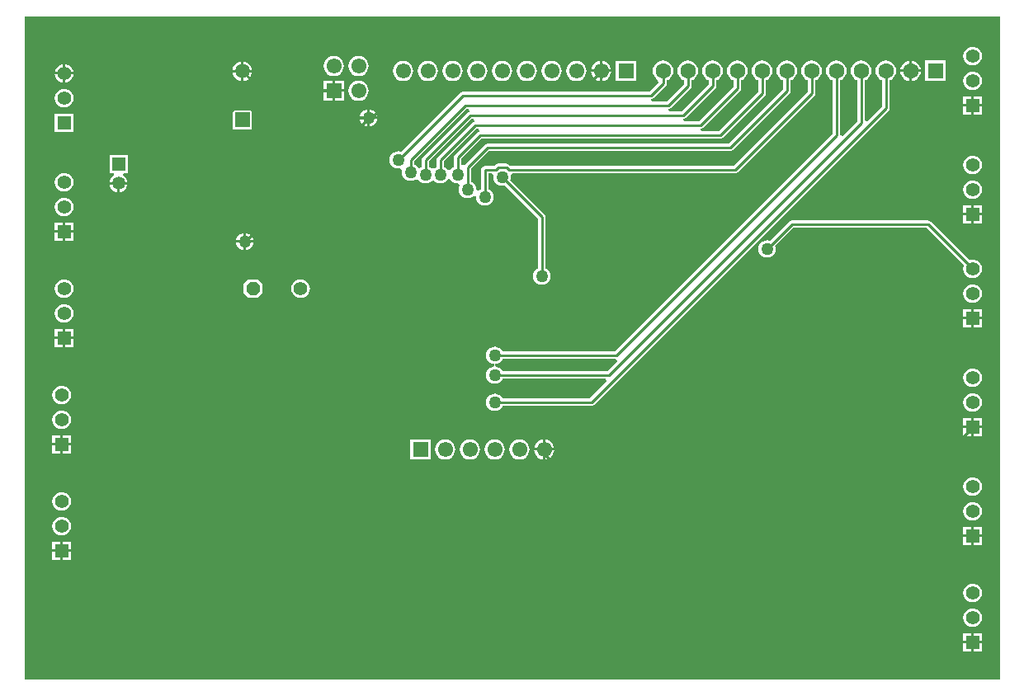
<source format=gbl>
%FSTAX23Y23*%
%MOMM*%
%SFA1B1*%

%IPPOS*%
%AMD22*
4,1,8,-0.292100,0.701040,-0.701040,0.292100,-0.701040,-0.292100,-0.292100,-0.701040,0.292100,-0.701040,0.701040,-0.292100,0.701040,0.292100,0.292100,0.701040,-0.292100,0.701040,0.0*
%
%ADD19C,0.253999*%
%ADD20R,1.399997X1.399997*%
%ADD21C,1.399997*%
G04~CAMADD=22~4~0.0~0.0~551.2~551.2~0.0~161.4~0~0.0~0.0~0.0~0.0~0~0.0~0.0~0.0~0.0~0~0.0~0.0~0.0~45.0~551.2~551.2*
%ADD22D22*%
%ADD23C,1.499997*%
%ADD24R,1.499997X1.499997*%
%ADD25C,1.349997*%
%ADD26R,1.349997X1.349997*%
%ADD27R,1.549997X1.549997*%
%ADD28C,1.549997*%
%ADD29C,1.599997*%
%ADD30R,1.599997X1.599997*%
%ADD31C,1.269997*%
%LNpcb1-1*%
%LPD*%
G36*
X100076Y0D02*
X0D01*
Y68072*
X100076*
Y0*
G37*
%LNpcb1-2*%
%LPC*%
G36*
X03937Y36005D02*
X03109D01*
Y35179*
X03937*
Y36005*
G37*
G36*
X05017Y34925D02*
X04191D01*
Y34097*
X05017*
Y34925*
G37*
G36*
X03937D02*
X03109D01*
Y34097*
X03937*
Y34925*
G37*
G36*
X05017Y36005D02*
X04191D01*
Y35179*
X05017*
Y36005*
G37*
G36*
X04064Y38554D02*
X03814Y38521D01*
X03582Y38425*
X03383Y38272*
X0323Y38073*
X03134Y3784*
X03101Y37592*
X03134Y37342*
X0323Y3711*
X03383Y36911*
X03582Y36758*
X03814Y36662*
X04064Y36629*
X04312Y36662*
X04545Y36758*
X04744Y36911*
X04897Y3711*
X04993Y37342*
X05026Y37592*
X04993Y3784*
X04897Y38073*
X04744Y38272*
X04545Y38425*
X04312Y38521*
X04064Y38554*
G37*
G36*
X98235Y36957D02*
X97409D01*
Y36129*
X98235*
Y36957*
G37*
G36*
X97155D02*
X96327D01*
Y36129*
X97155*
Y36957*
G37*
G36*
X97282Y3195D02*
X97032Y31917D01*
X968Y31821*
X96601Y31668*
X96448Y31469*
X96352Y31236*
X96319Y30988*
X96352Y30738*
X96448Y30506*
X96601Y30307*
X968Y30154*
X97032Y30058*
X97282Y30025*
X9753Y30058*
X97763Y30154*
X97962Y30307*
X98115Y30506*
X98211Y30738*
X98244Y30988*
X98211Y31236*
X98115Y31469*
X97962Y31668*
X97763Y31821*
X9753Y31917*
X97282Y3195*
G37*
G36*
X0381Y27632D02*
X0356Y27599D01*
X03328Y27503*
X03129Y2735*
X02976Y27151*
X0288Y26918*
X02847Y2667*
X0288Y2642*
X02976Y26188*
X03129Y25989*
X03328Y25836*
X0356Y2574*
X0381Y25707*
X04058Y2574*
X04291Y25836*
X0449Y25989*
X04643Y26188*
X04739Y2642*
X04772Y2667*
X04739Y26918*
X04643Y27151*
X0449Y2735*
X04291Y27503*
X04058Y27599*
X0381Y27632*
G37*
G36*
X98235Y25781D02*
X97409D01*
Y24953*
X98235*
Y25781*
G37*
G36*
X97155D02*
X96327D01*
Y24953*
X97155*
Y25781*
G37*
G36*
Y26861D02*
X96327D01*
Y26035*
X97155*
Y26861*
G37*
G36*
X0381Y30172D02*
X0356Y30139D01*
X03328Y30043*
X03129Y2989*
X02976Y29691*
X0288Y29458*
X02847Y2921*
X0288Y2896*
X02976Y28728*
X03129Y28529*
X03328Y28376*
X0356Y2828*
X0381Y28247*
X04058Y2828*
X04291Y28376*
X0449Y28529*
X04643Y28728*
X04739Y2896*
X04772Y2921*
X04739Y29458*
X04643Y29691*
X0449Y2989*
X04291Y30043*
X04058Y30139*
X0381Y30172*
G37*
G36*
X97282Y2941D02*
X97032Y29377D01*
X968Y29281*
X96601Y29128*
X96448Y28929*
X96352Y28696*
X96319Y28448*
X96352Y28198*
X96448Y27966*
X96601Y27767*
X968Y27614*
X97032Y27518*
X97282Y27485*
X9753Y27518*
X97763Y27614*
X97962Y27767*
X98115Y27966*
X98211Y28198*
X98244Y28448*
X98211Y28696*
X98115Y28929*
X97962Y29128*
X97763Y29281*
X9753Y29377*
X97282Y2941*
G37*
G36*
X98235Y26861D02*
X97409D01*
Y26035*
X98235*
Y26861*
G37*
G36*
X05017Y45847D02*
X04191D01*
Y45019*
X05017*
Y45847*
G37*
G36*
X03937D02*
X03109D01*
Y45019*
X03937*
Y45847*
G37*
G36*
X23485Y44831D02*
X22733D01*
Y44077*
X22838Y44091*
X23054Y44181*
X23239Y44323*
X23382Y44509*
X23472Y44725*
X23485Y44831*
G37*
G36*
X22479Y45837D02*
X22373Y45824D01*
X22157Y45734*
X21971Y45591*
X21829Y45406*
X21739Y4519*
X21725Y45085*
X22479*
Y45837*
G37*
G36*
X05017Y46927D02*
X04191D01*
Y46101*
X05017*
Y46927*
G37*
G36*
X03937D02*
X03109D01*
Y46101*
X03937*
Y46927*
G37*
G36*
X22733Y45837D02*
Y45085D01*
X23485*
X23472Y4519*
X23382Y45406*
X23239Y45591*
X23054Y45734*
X22838Y45824*
X22733Y45837*
G37*
G36*
X22479Y44831D02*
X21725D01*
X21739Y44725*
X21829Y44509*
X21971Y44323*
X22157Y44181*
X22373Y44091*
X22479Y44077*
Y44831*
G37*
G36*
X97282Y40586D02*
X97032Y40553D01*
X968Y40457*
X96601Y40304*
X96448Y40105*
X96352Y39872*
X96319Y39624*
X96352Y39374*
X96448Y39142*
X96601Y38943*
X968Y3879*
X97032Y38694*
X97282Y38661*
X9753Y38694*
X97763Y3879*
X97962Y38943*
X98115Y39142*
X98211Y39374*
X98244Y39624*
X98211Y39872*
X98115Y40105*
X97962Y40304*
X97763Y40457*
X9753Y40553*
X97282Y40586*
G37*
G36*
X98235Y38037D02*
X97409D01*
Y37211*
X98235*
Y38037*
G37*
G36*
X97155D02*
X96327D01*
Y37211*
X97155*
Y38037*
G37*
G36*
X04064Y41094D02*
X03814Y41061D01*
X03582Y40965*
X03383Y40812*
X0323Y40613*
X03134Y4038*
X03101Y40132*
X03134Y39882*
X0323Y3965*
X03383Y39451*
X03582Y39298*
X03814Y39202*
X04064Y39169*
X04312Y39202*
X04545Y39298*
X04744Y39451*
X04897Y3965*
X04993Y39882*
X05026Y40132*
X04993Y4038*
X04897Y40613*
X04744Y40812*
X04545Y40965*
X04312Y41061*
X04064Y41094*
G37*
G36*
X9271Y47124D02*
X7874D01*
X78591Y47094*
X78465Y4701*
X76491Y45037*
X76432Y45062*
X762Y45092*
X75967Y45062*
X75751Y44972*
X75565Y44829*
X75423Y44644*
X75333Y44428*
X75303Y44196*
X75333Y43963*
X75423Y43747*
X75565Y43561*
X75751Y43419*
X75967Y43329*
X762Y43299*
X76432Y43329*
X76648Y43419*
X76833Y43561*
X76976Y43747*
X77066Y43963*
X77096Y44196*
X77066Y44428*
X77041Y44487*
X789Y46347*
X92549*
X9639Y42505*
X96352Y42412*
X96319Y42164*
X96352Y41914*
X96448Y41682*
X96601Y41483*
X968Y4133*
X97032Y41234*
X97282Y41201*
X9753Y41234*
X97763Y4133*
X97962Y41483*
X98115Y41682*
X98211Y41914*
X98244Y42164*
X98211Y42412*
X98115Y42645*
X97962Y42844*
X97763Y42997*
X9753Y43093*
X97282Y43126*
X97032Y43093*
X9694Y43055*
X92984Y4701*
X92858Y47094*
X9271Y47124*
G37*
G36*
X23944Y41085D02*
X2299D01*
X22513Y40608*
Y39654*
X2299Y39177*
X23944*
X24421Y39654*
Y40608*
X23944Y41085*
G37*
G36*
X28347Y41094D02*
X28098Y41061D01*
X27866Y40965*
X27667Y40812*
X27514Y40613*
X27418Y4038*
X27385Y40132*
X27418Y39882*
X27514Y3965*
X27667Y39451*
X27866Y39298*
X28098Y39202*
X28347Y39169*
X28596Y39202*
X28829Y39298*
X29028Y39451*
X29181Y3965*
X29277Y39882*
X2931Y40132*
X29277Y4038*
X29181Y40613*
X29028Y40812*
X28829Y40965*
X28596Y41061*
X28347Y41094*
G37*
G36*
X04763Y25083D02*
X03937D01*
Y24257*
X04763*
Y25083*
G37*
G36*
X97155Y14605D02*
X96327D01*
Y13777*
X97155*
Y14605*
G37*
G36*
X04763Y14161D02*
X03937D01*
Y13335*
X04763*
Y14161*
G37*
G36*
X03683D02*
X02855D01*
Y13335*
X03683*
Y14161*
G37*
G36*
X98235Y14605D02*
X97409D01*
Y13777*
X98235*
Y14605*
G37*
G36*
Y15685D02*
X97409D01*
Y14859*
X98235*
Y15685*
G37*
G36*
X97155D02*
X96327D01*
Y14859*
X97155*
Y15685*
G37*
G36*
X0381Y1671D02*
X0356Y16677D01*
X03328Y16581*
X03129Y16428*
X02976Y16229*
X0288Y15996*
X02847Y15748*
X0288Y15498*
X02976Y15266*
X03129Y15067*
X03328Y14914*
X0356Y14818*
X0381Y14785*
X04058Y14818*
X04291Y14914*
X0449Y15067*
X04643Y15266*
X04739Y15498*
X04772Y15748*
X04739Y15996*
X04643Y16229*
X0449Y16428*
X04291Y16581*
X04058Y16677*
X0381Y1671*
G37*
G36*
X04763Y13081D02*
X03937D01*
Y12253*
X04763*
Y13081*
G37*
G36*
X97155Y04763D02*
X96327D01*
Y03937*
X97155*
Y04763*
G37*
G36*
X98235Y03683D02*
X97409D01*
Y02855*
X98235*
Y03683*
G37*
G36*
X97155D02*
X96327D01*
Y02855*
X97155*
Y03683*
G37*
G36*
X98235Y04763D02*
X97409D01*
Y03937*
X98235*
Y04763*
G37*
G36*
X03683Y13081D02*
X02855D01*
Y12253*
X03683*
Y13081*
G37*
G36*
X97282Y09852D02*
X97032Y09819D01*
X968Y09723*
X96601Y0957*
X96448Y09371*
X96352Y09138*
X96319Y0889*
X96352Y0864*
X96448Y08408*
X96601Y08209*
X968Y08056*
X97032Y0796*
X97282Y07927*
X9753Y0796*
X97763Y08056*
X97962Y08209*
X98115Y08408*
X98211Y0864*
X98244Y0889*
X98211Y09138*
X98115Y09371*
X97962Y0957*
X97763Y09723*
X9753Y09819*
X97282Y09852*
G37*
G36*
Y07312D02*
X97032Y07279D01*
X968Y07183*
X96601Y0703*
X96448Y06831*
X96352Y06598*
X96319Y0635*
X96352Y061*
X96448Y05868*
X96601Y05669*
X968Y05516*
X97032Y0542*
X97282Y05387*
X9753Y0542*
X97763Y05516*
X97962Y05669*
X98115Y05868*
X98211Y061*
X98244Y0635*
X98211Y06598*
X98115Y06831*
X97962Y0703*
X97763Y07183*
X9753Y07279*
X97282Y07312*
G37*
G36*
X03683Y24003D02*
X02855D01*
Y23175*
X03683*
Y24003*
G37*
G36*
X54361Y23495D02*
X53467D01*
Y226*
X53608Y22619*
X53858Y22723*
X54073Y22888*
X54238Y23103*
X54342Y23353*
X54361Y23495*
G37*
G36*
X53213D02*
X52318D01*
X52337Y23353*
X52441Y23103*
X52606Y22888*
X52821Y22723*
X53071Y22619*
X53213Y226*
Y23495*
G37*
G36*
X04763Y24003D02*
X03937D01*
Y23175*
X04763*
Y24003*
G37*
G36*
X03683Y25083D02*
X02855D01*
Y24257*
X03683*
Y25083*
G37*
G36*
X53467Y24643D02*
Y23749D01*
X54361*
X54342Y2389*
X54238Y2414*
X54073Y24355*
X53858Y2452*
X53608Y24624*
X53467Y24643*
G37*
G36*
X53213D02*
X53071Y24624D01*
X52821Y2452*
X52606Y24355*
X52441Y2414*
X52337Y2389*
X52318Y23749*
X53213*
Y24643*
G37*
G36*
X41668Y2465D02*
X3961D01*
Y22592*
X41668*
Y2465*
G37*
G36*
X97282Y20774D02*
X97032Y20741D01*
X968Y20645*
X96601Y20492*
X96448Y20293*
X96352Y2006*
X96319Y19812*
X96352Y19562*
X96448Y1933*
X96601Y19131*
X968Y18978*
X97032Y18882*
X97282Y18849*
X9753Y18882*
X97763Y18978*
X97962Y19131*
X98115Y1933*
X98211Y19562*
X98244Y19812*
X98211Y2006*
X98115Y20293*
X97962Y20492*
X97763Y20645*
X9753Y20741*
X97282Y20774*
G37*
G36*
X0381Y1925D02*
X0356Y19217D01*
X03328Y19121*
X03129Y18968*
X02976Y18769*
X0288Y18536*
X02847Y18288*
X0288Y18038*
X02976Y17806*
X03129Y17607*
X03328Y17454*
X0356Y17358*
X0381Y17325*
X04058Y17358*
X04291Y17454*
X0449Y17607*
X04643Y17806*
X04739Y18038*
X04772Y18288*
X04739Y18536*
X04643Y18769*
X0449Y18968*
X04291Y19121*
X04058Y19217*
X0381Y1925*
G37*
G36*
X97282Y18234D02*
X97032Y18201D01*
X968Y18105*
X96601Y17952*
X96448Y17753*
X96352Y1752*
X96319Y17272*
X96352Y17022*
X96448Y1679*
X96601Y16591*
X968Y16438*
X97032Y16342*
X97282Y16309*
X9753Y16342*
X97763Y16438*
X97962Y16591*
X98115Y1679*
X98211Y17022*
X98244Y17272*
X98211Y1752*
X98115Y17753*
X97962Y17952*
X97763Y18105*
X9753Y18201*
X97282Y18234*
G37*
G36*
X4318Y24659D02*
X42911Y24624D01*
X42661Y2452*
X42446Y24355*
X42281Y2414*
X42177Y2389*
X42142Y23622*
X42177Y23353*
X42281Y23103*
X42446Y22888*
X42661Y22723*
X42911Y22619*
X4318Y22584*
X43448Y22619*
X43698Y22723*
X43913Y22888*
X44078Y23103*
X44182Y23353*
X44217Y23622*
X44182Y2389*
X44078Y2414*
X43913Y24355*
X43698Y2452*
X43448Y24624*
X4318Y24659*
G37*
G36*
X508D02*
X50531Y24624D01*
X50281Y2452*
X50066Y24355*
X49901Y2414*
X49797Y2389*
X49762Y23622*
X49797Y23353*
X49901Y23103*
X50066Y22888*
X50281Y22723*
X50531Y22619*
X508Y22584*
X51068Y22619*
X51318Y22723*
X51533Y22888*
X51698Y23103*
X51802Y23353*
X51837Y23622*
X51802Y2389*
X51698Y2414*
X51533Y24355*
X51318Y2452*
X51068Y24624*
X508Y24659*
G37*
G36*
X4826D02*
X47991Y24624D01*
X47741Y2452*
X47526Y24355*
X47361Y2414*
X47257Y2389*
X47222Y23622*
X47257Y23353*
X47361Y23103*
X47526Y22888*
X47741Y22723*
X47991Y22619*
X4826Y22584*
X48528Y22619*
X48778Y22723*
X48993Y22888*
X49158Y23103*
X49262Y23353*
X49297Y23622*
X49262Y2389*
X49158Y2414*
X48993Y24355*
X48778Y2452*
X48528Y24624*
X4826Y24659*
G37*
G36*
X4572D02*
X45451Y24624D01*
X45201Y2452*
X44986Y24355*
X44821Y2414*
X44717Y2389*
X44682Y23622*
X44717Y23353*
X44821Y23103*
X44986Y22888*
X45201Y22723*
X45451Y22619*
X4572Y22584*
X45988Y22619*
X46238Y22723*
X46453Y22888*
X46618Y23103*
X46722Y23353*
X46757Y23622*
X46722Y2389*
X46618Y2414*
X46453Y24355*
X46238Y2452*
X45988Y24624*
X4572Y24659*
G37*
G36*
X46482Y63521D02*
X46213Y63486D01*
X45963Y63382*
X45748Y63217*
X45583Y63002*
X45479Y62752*
X45444Y62484*
X45479Y62215*
X45583Y61965*
X45748Y6175*
X45963Y61585*
X46213Y61481*
X46482Y61446*
X4675Y61481*
X47Y61585*
X47215Y6175*
X4738Y61965*
X47484Y62215*
X47519Y62484*
X47484Y62752*
X4738Y63002*
X47215Y63217*
X47Y63382*
X4675Y63486*
X46482Y63521*
G37*
G36*
X43942D02*
X43673Y63486D01*
X43423Y63382*
X43208Y63217*
X43043Y63002*
X42939Y62752*
X42904Y62484*
X42939Y62215*
X43043Y61965*
X43208Y6175*
X43423Y61585*
X43673Y61481*
X43942Y61446*
X4421Y61481*
X4446Y61585*
X44675Y6175*
X4484Y61965*
X44944Y62215*
X44979Y62484*
X44944Y62752*
X4484Y63002*
X44675Y63217*
X4446Y63382*
X4421Y63486*
X43942Y63521*
G37*
G36*
X41402D02*
X41133Y63486D01*
X40883Y63382*
X40668Y63217*
X40503Y63002*
X40399Y62752*
X40364Y62484*
X40399Y62215*
X40503Y61965*
X40668Y6175*
X40883Y61585*
X41133Y61481*
X41402Y61446*
X4167Y61481*
X4192Y61585*
X42135Y6175*
X423Y61965*
X42404Y62215*
X42439Y62484*
X42404Y62752*
X423Y63002*
X42135Y63217*
X4192Y63382*
X4167Y63486*
X41402Y63521*
G37*
G36*
X49022D02*
X48753Y63486D01*
X48503Y63382*
X48288Y63217*
X48123Y63002*
X48019Y62752*
X47984Y62484*
X48019Y62215*
X48123Y61965*
X48288Y6175*
X48503Y61585*
X48753Y61481*
X49022Y61446*
X4929Y61481*
X4954Y61585*
X49755Y6175*
X4992Y61965*
X50024Y62215*
X50059Y62484*
X50024Y62752*
X4992Y63002*
X49755Y63217*
X4954Y63382*
X4929Y63486*
X49022Y63521*
G37*
G36*
X56642D02*
X56373Y63486D01*
X56123Y63382*
X55908Y63217*
X55743Y63002*
X55639Y62752*
X55604Y62484*
X55639Y62215*
X55743Y61965*
X55908Y6175*
X56123Y61585*
X56373Y61481*
X56642Y61446*
X5691Y61481*
X5716Y61585*
X57375Y6175*
X5754Y61965*
X57644Y62215*
X57679Y62484*
X57644Y62752*
X5754Y63002*
X57375Y63217*
X5716Y63382*
X5691Y63486*
X56642Y63521*
G37*
G36*
X54102D02*
X53833Y63486D01*
X53583Y63382*
X53368Y63217*
X53203Y63002*
X53099Y62752*
X53064Y62484*
X53099Y62215*
X53203Y61965*
X53368Y6175*
X53583Y61585*
X53833Y61481*
X54102Y61446*
X5437Y61481*
X5462Y61585*
X54835Y6175*
X55Y61965*
X55104Y62215*
X55139Y62484*
X55104Y62752*
X55Y63002*
X54835Y63217*
X5462Y63382*
X5437Y63486*
X54102Y63521*
G37*
G36*
X51562D02*
X51293Y63486D01*
X51043Y63382*
X50828Y63217*
X50663Y63002*
X50559Y62752*
X50524Y62484*
X50559Y62215*
X50663Y61965*
X50828Y6175*
X51043Y61585*
X51293Y61481*
X51562Y61446*
X5183Y61481*
X5208Y61585*
X52295Y6175*
X5246Y61965*
X52564Y62215*
X52599Y62484*
X52564Y62752*
X5246Y63002*
X52295Y63217*
X5208Y63382*
X5183Y63486*
X51562Y63521*
G37*
G36*
X38862D02*
X38593Y63486D01*
X38343Y63382*
X38128Y63217*
X37963Y63002*
X37859Y62752*
X37824Y62484*
X37859Y62215*
X37963Y61965*
X38128Y6175*
X38343Y61585*
X38593Y61481*
X38862Y61446*
X3913Y61481*
X3938Y61585*
X39595Y6175*
X3976Y61965*
X39864Y62215*
X39899Y62484*
X39864Y62752*
X3976Y63002*
X39595Y63217*
X3938Y63382*
X3913Y63486*
X38862Y63521*
G37*
G36*
X03937Y62103D02*
X03118D01*
X03134Y6198*
X0323Y61748*
X03383Y61549*
X03582Y61396*
X03814Y613*
X03937Y61284*
Y62103*
G37*
G36*
X32778Y6148D02*
X31877D01*
Y60579*
X32778*
Y6148*
G37*
G36*
X31623D02*
X3072D01*
Y60579*
X31623*
Y6148*
G37*
G36*
X05009Y62103D02*
X04191D01*
Y61284*
X04312Y613*
X04545Y61396*
X04744Y61549*
X04897Y61748*
X04993Y6198*
X05009Y62103*
G37*
G36*
X91978Y62357D02*
X91059D01*
Y61437*
X91207Y61457*
X91463Y61563*
X91683Y61732*
X91852Y61952*
X91958Y62208*
X91978Y62357*
G37*
G36*
X90805D02*
X89885D01*
X89905Y62208*
X90011Y61952*
X9018Y61732*
X904Y61563*
X90656Y61457*
X90805Y61437*
Y62357*
G37*
G36*
X94525Y63537D02*
X92417D01*
Y61429*
X94525*
Y63537*
G37*
G36*
X22225Y62316D02*
X21356D01*
X21373Y62181*
X21474Y61937*
X21635Y61727*
X21845Y61566*
X22089Y61465*
X22225Y61448*
Y62316*
G37*
G36*
X90805Y6353D02*
X90656Y6351D01*
X904Y63404*
X9018Y63235*
X90011Y63015*
X89905Y62759*
X89885Y62611*
X90805*
Y6353*
G37*
G36*
X22479Y63439D02*
Y6257D01*
X23347*
X2333Y62706*
X23228Y6295*
X23068Y6316*
X22858Y6332*
X22614Y63422*
X22479Y63439*
G37*
G36*
X22225D02*
X22089Y63422D01*
X21845Y6332*
X21635Y6316*
X21474Y6295*
X21373Y62706*
X21356Y6257*
X22225*
Y63439*
G37*
G36*
X59055Y63505D02*
X58913Y63486D01*
X58663Y63382*
X58448Y63217*
X58283Y63002*
X58179Y62752*
X5816Y62611*
X59055*
Y63505*
G37*
G36*
X97282Y6497D02*
X97032Y64937D01*
X968Y64841*
X96601Y64688*
X96448Y64489*
X96352Y64256*
X96319Y64008*
X96352Y63758*
X96448Y63526*
X96601Y63327*
X968Y63174*
X97032Y63078*
X97282Y63045*
X9753Y63078*
X97763Y63174*
X97962Y63327*
X98115Y63526*
X98211Y63758*
X98244Y64008*
X98211Y64256*
X98115Y64489*
X97962Y64688*
X97763Y64841*
X9753Y64937*
X97282Y6497*
G37*
G36*
X91059Y6353D02*
Y62611D01*
X91978*
X91958Y62759*
X91852Y63015*
X91683Y63235*
X91463Y63404*
X91207Y6351*
X91059Y6353*
G37*
G36*
X59309Y63505D02*
Y62611D01*
X60203*
X60184Y62752*
X6008Y63002*
X59915Y63217*
X597Y63382*
X5945Y63486*
X59309Y63505*
G37*
G36*
X04191Y63175D02*
Y62357D01*
X05009*
X04993Y62478*
X04897Y62711*
X04744Y6291*
X04545Y63063*
X04312Y63159*
X04191Y63175*
G37*
G36*
X59055Y62357D02*
X5816D01*
X58179Y62215*
X58283Y61965*
X58448Y6175*
X58663Y61585*
X58913Y61481*
X59055Y61462*
Y62357*
G37*
G36*
X6275Y63512D02*
X60692D01*
Y61454*
X6275*
Y63512*
G37*
G36*
X23347Y62316D02*
X22479D01*
Y61448*
X22614Y61465*
X22858Y61566*
X23068Y61727*
X23228Y61937*
X2333Y62181*
X23347Y62316*
G37*
G36*
X60203Y62357D02*
X59309D01*
Y61462*
X5945Y61481*
X597Y61585*
X59915Y6175*
X6008Y61965*
X60184Y62215*
X60203Y62357*
G37*
G36*
X03937Y63175D02*
X03814Y63159D01*
X03582Y63063*
X03383Y6291*
X0323Y62711*
X03134Y62478*
X03118Y62357*
X03937*
Y63175*
G37*
G36*
X3429Y64029D02*
X34021Y63994D01*
X33771Y6389*
X33556Y63725*
X33391Y6351*
X33287Y6326*
X33252Y62992*
X33287Y62723*
X33391Y62473*
X33556Y62258*
X33771Y62093*
X34021Y61989*
X3429Y61954*
X34558Y61989*
X34808Y62093*
X35023Y62258*
X35188Y62473*
X35292Y62723*
X35327Y62992*
X35292Y6326*
X35188Y6351*
X35023Y63725*
X34808Y6389*
X34558Y63994*
X3429Y64029*
G37*
G36*
X3175D02*
X31481Y63994D01*
X31231Y6389*
X31016Y63725*
X30851Y6351*
X30747Y6326*
X30712Y62992*
X30747Y62723*
X30851Y62473*
X31016Y62258*
X31231Y62093*
X31481Y61989*
X3175Y61954*
X32018Y61989*
X32268Y62093*
X32483Y62258*
X32648Y62473*
X32752Y62723*
X32787Y62992*
X32752Y6326*
X32648Y6351*
X32483Y63725*
X32268Y6389*
X32018Y63994*
X3175Y64029*
G37*
G36*
X97282Y6243D02*
X97032Y62397D01*
X968Y62301*
X96601Y62148*
X96448Y61949*
X96352Y61716*
X96319Y61468*
X96352Y61218*
X96448Y60986*
X96601Y60787*
X968Y60634*
X97032Y60538*
X97282Y60505*
X9753Y60538*
X97763Y60634*
X97962Y60787*
X98115Y60986*
X98211Y61218*
X98244Y61468*
X98211Y61716*
X98115Y61949*
X97962Y62148*
X97763Y62301*
X9753Y62397*
X97282Y6243*
G37*
G36*
X1058Y53868D02*
X08722D01*
Y5201*
X09146*
X09196Y51756*
X09183Y51751*
X08989Y51602*
X0884Y51408*
X08746Y51182*
X08731Y51066*
X09652*
X10572*
X10557Y51182*
X10463Y51408*
X10314Y51602*
X1012Y51751*
X10107Y51756*
X10157Y5201*
X1058*
Y53868*
G37*
G36*
X04064Y52016D02*
X03814Y51983D01*
X03582Y51887*
X03383Y51734*
X0323Y51535*
X03134Y51302*
X03101Y51054*
X03134Y50804*
X0323Y50572*
X03383Y50373*
X03582Y5022*
X03814Y50124*
X04064Y50091*
X04312Y50124*
X04545Y5022*
X04744Y50373*
X04897Y50572*
X04993Y50804*
X05026Y51054*
X04993Y51302*
X04897Y51535*
X04744Y51734*
X04545Y51887*
X04312Y51983*
X04064Y52016*
G37*
G36*
X09525Y50812D02*
X08731D01*
X08746Y50697*
X0884Y50471*
X08989Y50277*
X09183Y50128*
X09409Y50034*
X09525Y50019*
Y50812*
G37*
G36*
X97282Y53794D02*
X97032Y53761D01*
X968Y53665*
X96601Y53512*
X96448Y53313*
X96352Y5308*
X96319Y52832*
X96352Y52582*
X96448Y5235*
X96601Y52151*
X968Y51998*
X97032Y51902*
X97282Y51869*
X9753Y51902*
X97763Y51998*
X97962Y52151*
X98115Y5235*
X98211Y52582*
X98244Y52832*
X98211Y5308*
X98115Y53313*
X97962Y53512*
X97763Y53665*
X9753Y53761*
X97282Y53794*
G37*
G36*
X23355Y58447D02*
X21347D01*
Y56439*
X23355*
Y58447*
G37*
G36*
X05017Y58103D02*
X03109D01*
Y56195*
X05017*
Y58103*
G37*
G36*
X80772Y63547D02*
X80496Y6351D01*
X8024Y63404*
X8002Y63235*
X79851Y63015*
X79745Y62759*
X79708Y62484*
X79745Y62208*
X79851Y61952*
X8002Y61732*
X8024Y61563*
X80383Y61504*
Y60358*
X72737Y52712*
X49857*
X49717Y52852*
X49591Y52936*
X49442Y52966*
X48601*
X48452Y52936*
X48326Y52852*
X48186Y52712*
X47244*
X47095Y52682*
X46969Y52598*
X46885Y52472*
X46855Y52324*
Y50331*
X46795Y50306*
X46609Y50163*
X466Y50151*
X46357Y50252*
X46362Y50292*
X46332Y50524*
X46242Y5074*
X46099Y50925*
X45914Y51068*
X45854Y51093*
Y52417*
X47658Y54221*
X7239*
X72538Y54251*
X72664Y54335*
X78506Y60177*
X7859Y60303*
X7862Y60452*
Y61504*
X78763Y61563*
X78983Y61732*
X79152Y61952*
X79258Y62208*
X79295Y62484*
X79258Y62759*
X79152Y63015*
X78983Y63235*
X78763Y63404*
X78507Y6351*
X78232Y63547*
X77956Y6351*
X777Y63404*
X7748Y63235*
X77311Y63015*
X77205Y62759*
X77168Y62484*
X77205Y62208*
X77311Y61952*
X7748Y61732*
X777Y61563*
X77843Y61504*
Y60612*
X72229Y54998*
X47498*
X47349Y54968*
X47223Y54884*
X45191Y52852*
X44895Y52827*
X44838Y52866*
Y53433*
X46896Y55491*
X71374*
X71522Y55521*
X71648Y55605*
X75966Y59923*
X7605Y60049*
X7608Y60198*
Y61504*
X76223Y61563*
X76443Y61732*
X76612Y61952*
X76718Y62208*
X76755Y62484*
X76718Y62759*
X76612Y63015*
X76443Y63235*
X76223Y63404*
X75967Y6351*
X75692Y63547*
X75416Y6351*
X7516Y63404*
X7494Y63235*
X74771Y63015*
X74665Y62759*
X74628Y62484*
X74665Y62208*
X74771Y61952*
X7494Y61732*
X7516Y61563*
X75303Y61504*
Y60358*
X71213Y56268*
X69442*
X69417Y56522*
X6949Y56537*
X69616Y56621*
X73426Y60431*
X7351Y60557*
X7354Y60706*
Y61504*
X73683Y61563*
X73903Y61732*
X74072Y61952*
X74178Y62208*
X74215Y62484*
X74178Y62759*
X74072Y63015*
X73903Y63235*
X73683Y63404*
X73427Y6351*
X73152Y63547*
X72876Y6351*
X7262Y63404*
X724Y63235*
X72231Y63015*
X72125Y62759*
X72088Y62484*
X72125Y62208*
X72231Y61952*
X724Y61732*
X7262Y61563*
X72763Y61504*
Y60866*
X69181Y57284*
X67664*
X67639Y57538*
X67712Y57553*
X67838Y57637*
X70886Y60685*
X7097Y60811*
X71Y6096*
Y61504*
X71143Y61563*
X71363Y61732*
X71532Y61952*
X71638Y62208*
X71675Y62484*
X71638Y62759*
X71532Y63015*
X71363Y63235*
X71143Y63404*
X70887Y6351*
X70612Y63547*
X70336Y6351*
X7008Y63404*
X6986Y63235*
X69691Y63015*
X69585Y62759*
X69548Y62484*
X69585Y62208*
X69691Y61952*
X6986Y61732*
X7008Y61563*
X70223Y61504*
Y6112*
X67403Y583*
X6614*
X66115Y58554*
X66188Y58569*
X66314Y58653*
X68346Y60685*
X6843Y60811*
X6846Y6096*
Y61504*
X68603Y61563*
X68823Y61732*
X68992Y61952*
X69098Y62208*
X69135Y62484*
X69098Y62759*
X68992Y63015*
X68823Y63235*
X68603Y63404*
X68347Y6351*
X68072Y63547*
X67796Y6351*
X6754Y63404*
X6732Y63235*
X67151Y63015*
X67045Y62759*
X67008Y62484*
X67045Y62208*
X67151Y61952*
X6732Y61732*
X6754Y61563*
X67683Y61504*
Y6112*
X65879Y59316*
X64362*
X64337Y5957*
X6441Y59585*
X64536Y59669*
X65806Y60939*
X6589Y61065*
X6592Y61214*
Y61504*
X66063Y61563*
X66283Y61732*
X66452Y61952*
X66558Y62208*
X66595Y62484*
X66558Y62759*
X66452Y63015*
X66283Y63235*
X66063Y63404*
X65807Y6351*
X65532Y63547*
X65256Y6351*
X65Y63404*
X6478Y63235*
X64611Y63015*
X64505Y62759*
X64468Y62484*
X64505Y62208*
X64611Y61952*
X6478Y61732*
X65Y61563*
X6504Y61271*
X64101Y60332*
X44958*
X44809Y60302*
X44683Y60218*
X38645Y54181*
X38586Y54206*
X38354Y54236*
X38121Y54206*
X37905Y54116*
X37719Y53973*
X37577Y53788*
X37487Y53572*
X37457Y5334*
X37487Y53107*
X37577Y52891*
X37719Y52705*
X37905Y52563*
X38121Y52473*
X38354Y52443*
X38552Y52469*
X38663Y52379*
X38753Y52268*
X38727Y5207*
X38757Y51837*
X38847Y51621*
X38989Y51435*
X39175Y51293*
X39391Y51203*
X39624Y51173*
X39856Y51203*
X40072Y51293*
X40113Y51325*
X40341Y51362*
X40444Y51272*
X40513Y51181*
X40699Y51039*
X40915Y50949*
X41148Y50919*
X4138Y50949*
X41596Y51039*
X41741Y5115*
X41898Y51183*
X41921*
X42078Y5115*
X42223Y51039*
X42439Y50949*
X42672Y50919*
X42904Y50949*
X4312Y51039*
X43305Y51181*
X43416Y51325*
X43561Y51349*
X43705Y51325*
X43815Y51181*
X44001Y51039*
X44217Y50949*
X4445Y50919*
X44512Y50927*
X44595Y50839*
X44669Y50691*
X44599Y50524*
X44569Y50292*
X44599Y50059*
X44689Y49843*
X44831Y49657*
X45017Y49515*
X45233Y49425*
X45466Y49395*
X45698Y49425*
X45914Y49515*
X46099Y49657*
X46109Y4967*
X46352Y49569*
X46347Y4953*
X46377Y49297*
X46467Y49081*
X46609Y48895*
X46795Y48753*
X47011Y48663*
X47244Y48633*
X47476Y48663*
X47692Y48753*
X47877Y48895*
X4802Y49081*
X4811Y49297*
X4814Y4953*
X4811Y49762*
X4802Y49978*
X47877Y50163*
X47692Y50306*
X47632Y50331*
Y51935*
X47966*
X48141Y51681*
X48125Y51562*
X48155Y51329*
X48245Y51113*
X48387Y50927*
X48573Y50785*
X48789Y50695*
X49022Y50665*
X49254Y50695*
X49313Y5072*
X52697Y47337*
Y42203*
X52637Y42178*
X52451Y42035*
X52309Y4185*
X52219Y41634*
X52189Y41402*
X52219Y41169*
X52309Y40953*
X52451Y40767*
X52637Y40625*
X52853Y40535*
X53086Y40505*
X53318Y40535*
X53534Y40625*
X53719Y40767*
X53862Y40953*
X53952Y41169*
X53982Y41402*
X53952Y41634*
X53862Y4185*
X53719Y42035*
X53534Y42178*
X53474Y42203*
Y47498*
X53444Y47646*
X5336Y47772*
X49863Y5127*
X49888Y51329*
X49918Y51562*
X49902Y51681*
X50077Y51935*
X72898*
X73046Y51965*
X73172Y52049*
X81046Y59923*
X8113Y60049*
X8116Y60198*
Y61504*
X81303Y61563*
X81523Y61732*
X81692Y61952*
X81798Y62208*
X81835Y62484*
X81798Y62759*
X81692Y63015*
X81523Y63235*
X81303Y63404*
X81047Y6351*
X80772Y63547*
G37*
G36*
X04064Y49476D02*
X03814Y49443D01*
X03582Y49347*
X03383Y49194*
X0323Y48995*
X03134Y48762*
X03101Y48514*
X03134Y48264*
X0323Y48032*
X03383Y47833*
X03582Y4768*
X03814Y47584*
X04064Y47551*
X04312Y47584*
X04545Y4768*
X04744Y47833*
X04897Y48032*
X04993Y48264*
X05026Y48514*
X04993Y48762*
X04897Y48995*
X04744Y49194*
X04545Y49347*
X04312Y49443*
X04064Y49476*
G37*
G36*
X98235Y47625D02*
X97409D01*
Y46797*
X98235*
Y47625*
G37*
G36*
X97155D02*
X96327D01*
Y46797*
X97155*
Y47625*
G37*
G36*
Y48705D02*
X96327D01*
Y47879*
X97155*
Y48705*
G37*
G36*
X10572Y50812D02*
X09779D01*
Y50019*
X09894Y50034*
X1012Y50128*
X10314Y50277*
X10463Y50471*
X10557Y50697*
X10572Y50812*
G37*
G36*
X97282Y51254D02*
X97032Y51221D01*
X968Y51125*
X96601Y50972*
X96448Y50773*
X96352Y5054*
X96319Y50292*
X96352Y50042*
X96448Y4981*
X96601Y49611*
X968Y49458*
X97032Y49362*
X97282Y49329*
X9753Y49362*
X97763Y49458*
X97962Y49611*
X98115Y4981*
X98211Y50042*
X98244Y50292*
X98211Y5054*
X98115Y50773*
X97962Y50972*
X97763Y51125*
X9753Y51221*
X97282Y51254*
G37*
G36*
X98235Y48705D02*
X97409D01*
Y47879*
X98235*
Y48705*
G37*
G36*
X97155Y58801D02*
X96327D01*
Y57973*
X97155*
Y58801*
G37*
G36*
X98235Y59881D02*
X97409D01*
Y59055*
X98235*
Y59881*
G37*
G36*
X35433Y58537D02*
Y57785D01*
X36185*
X36172Y5789*
X36082Y58106*
X35939Y58291*
X35754Y58434*
X35538Y58524*
X35433Y58537*
G37*
G36*
X97155Y59881D02*
X96327D01*
Y59055*
X97155*
Y59881*
G37*
G36*
X04064Y60652D02*
X03814Y60619D01*
X03582Y60523*
X03383Y6037*
X0323Y60171*
X03134Y59938*
X03101Y5969*
X03134Y5944*
X0323Y59208*
X03383Y59009*
X03582Y58856*
X03814Y5876*
X04064Y58727*
X04312Y5876*
X04545Y58856*
X04744Y59009*
X04897Y59208*
X04993Y5944*
X05026Y5969*
X04993Y59938*
X04897Y60171*
X04744Y6037*
X04545Y60523*
X04312Y60619*
X04064Y60652*
G37*
G36*
X98235Y58801D02*
X97409D01*
Y57973*
X98235*
Y58801*
G37*
G36*
X35179Y58537D02*
X35073Y58524D01*
X34857Y58434*
X34671Y58291*
X34529Y58106*
X34439Y5789*
X34425Y57785*
X35179*
Y58537*
G37*
G36*
X88392Y63547D02*
X88116Y6351D01*
X8786Y63404*
X8764Y63235*
X87471Y63015*
X87365Y62759*
X87328Y62484*
X87365Y62208*
X87471Y61952*
X8764Y61732*
X8786Y61563*
X88003Y61504*
Y58834*
X86494Y57325*
X8624Y5743*
Y61504*
X86383Y61563*
X86603Y61732*
X86772Y61952*
X86878Y62208*
X86915Y62484*
X86878Y62759*
X86772Y63015*
X86603Y63235*
X86383Y63404*
X86127Y6351*
X85852Y63547*
X85576Y6351*
X8532Y63404*
X851Y63235*
X84931Y63015*
X84825Y62759*
X84788Y62484*
X84825Y62208*
X84931Y61952*
X851Y61732*
X8532Y61563*
X85463Y61504*
Y5731*
X83941Y55788*
X83763Y55855*
X837Y55907*
Y61504*
X83843Y61563*
X84063Y61732*
X84232Y61952*
X84338Y62208*
X84375Y62484*
X84338Y62759*
X84232Y63015*
X84063Y63235*
X83843Y63404*
X83587Y6351*
X83312Y63547*
X83036Y6351*
X8278Y63404*
X8256Y63235*
X82391Y63015*
X82285Y62759*
X82248Y62484*
X82285Y62208*
X82391Y61952*
X8256Y61732*
X8278Y61563*
X82923Y61504*
Y5604*
X60545Y33662*
X49061*
X49036Y33722*
X48893Y33907*
X48708Y3405*
X48492Y3414*
X4826Y3417*
X48027Y3414*
X47811Y3405*
X47625Y33907*
X47483Y33722*
X47393Y33506*
X47363Y33274*
X47393Y33041*
X47483Y32825*
X47625Y32639*
X47811Y32497*
X48027Y32407*
X48193Y32386*
Y32129*
X48027Y32108*
X47811Y32018*
X47625Y31875*
X47483Y3169*
X47393Y31474*
X47363Y31242*
X47393Y31009*
X47483Y30793*
X47625Y30607*
X47811Y30465*
X48027Y30375*
X4826Y30345*
X48492Y30375*
X48708Y30465*
X48893Y30607*
X49036Y30793*
X49061Y30853*
X59662*
X59768Y30599*
X58005Y28836*
X49061*
X49036Y28896*
X48893Y29081*
X48708Y29224*
X48492Y29314*
X4826Y29344*
X48027Y29314*
X47811Y29224*
X47625Y29081*
X47483Y28896*
X47393Y2868*
X47363Y28448*
X47393Y28215*
X47483Y27999*
X47625Y27813*
X47811Y27671*
X48027Y27581*
X4826Y27551*
X48492Y27581*
X48708Y27671*
X48893Y27813*
X49036Y27999*
X49061Y28059*
X58166*
X58314Y28089*
X5844Y28173*
X88666Y58399*
X8875Y58525*
X8878Y58674*
Y61504*
X88923Y61563*
X89143Y61732*
X89312Y61952*
X89418Y62208*
X89455Y62484*
X89418Y62759*
X89312Y63015*
X89143Y63235*
X88923Y63404*
X88667Y6351*
X88392Y63547*
G37*
G36*
X36185Y57531D02*
X35433D01*
Y56777*
X35538Y56791*
X35754Y56881*
X35939Y57023*
X36082Y57209*
X36172Y57425*
X36185Y57531*
G37*
G36*
X35179D02*
X34425D01*
X34439Y57425*
X34529Y57209*
X34671Y57023*
X34857Y56881*
X35073Y56791*
X35179Y56777*
Y57531*
G37*
G36*
X3429Y61489D02*
X34021Y61454D01*
X33771Y6135*
X33556Y61185*
X33391Y6097*
X33287Y6072*
X33252Y60452*
X33287Y60183*
X33391Y59933*
X33556Y59718*
X33771Y59553*
X34021Y59449*
X3429Y59414*
X34558Y59449*
X34808Y59553*
X35023Y59718*
X35188Y59933*
X35292Y60183*
X35327Y60452*
X35292Y6072*
X35188Y6097*
X35023Y61185*
X34808Y6135*
X34558Y61454*
X3429Y61489*
G37*
G36*
X31623Y60325D02*
X3072D01*
Y59422*
X31623*
Y60325*
G37*
G36*
X32778D02*
X31877D01*
Y59422*
X32778*
Y60325*
G37*
%LNpcb1-3*%
%LPD*%
G36*
X46152Y57269D02*
X46079Y57254D01*
X45953Y5717*
X42397Y53614*
X42313Y53488*
X42283Y5334*
Y52617*
X42223Y52592*
X42078Y52481*
X41921Y52448*
X41898*
X41741Y52481*
X41596Y52592*
X41536Y52617*
Y53179*
X4588Y57523*
X46127*
X46152Y57269*
G37*
G36*
X45644Y58285D02*
X45571Y5827D01*
X45445Y58186*
X40873Y53614*
X40789Y53488*
X40759Y5334*
Y52617*
X40699Y52592*
X40657Y5256*
X4043Y52523*
X40327Y52613*
X40257Y52703*
X40072Y52846*
X40012Y52871*
Y53179*
X45372Y58539*
X45619*
X45644Y58285*
G37*
G36*
X4666Y56253D02*
X46587Y56238D01*
X46461Y56154*
X44175Y53868*
X44091Y53742*
X44061Y53594*
Y52617*
X44001Y52592*
X43815Y52449*
X43705Y52306*
X43561Y52282*
X43416Y52306*
X43305Y52449*
X4312Y52592*
X4306Y52617*
Y53179*
X46388Y56507*
X46635*
X4666Y56253*
G37*
G36*
X60729Y32822D02*
X60797Y32644D01*
X59783Y3163*
X49061*
X49036Y3169*
X48893Y31875*
X48708Y32018*
X48492Y32108*
X48326Y32129*
Y32386*
X48492Y32407*
X48708Y32497*
X48893Y32639*
X49036Y32825*
X49061Y32885*
X60678*
X60729Y32822*
G37*
G54D19*
X35306Y57912D02*
X35814D01*
X35052Y57658D02*
X35306Y57912D01*
X9271Y46736D02*
X97282Y42164D01*
X5334Y23114D02*
Y23622D01*
Y23114D02*
X5588Y20574D01*
X91948*
X97282Y25908*
X09652Y50939D02*
X11315D01*
X24343Y60452D02*
X3175D01*
X22352Y62443D02*
X24343Y60452D01*
X49022Y51562D02*
X53086Y47498D01*
Y41402D02*
Y47498D01*
X57404Y60706D02*
X59182Y62484D01*
X35306Y57658D02*
Y57912D01*
X11315Y50939D02*
X18034Y57658D01*
X21444Y58574D02*
X23259D01*
X24176Y57658D02*
X35052D01*
X18034D02*
X20527D01*
X21444Y58574*
X23259D02*
X24176Y57658D01*
X35814Y57912D02*
X38608Y60706D01*
X57404*
X83312Y5588D02*
Y62484D01*
X4826Y33274D02*
X60706D01*
X83312Y5588*
X4826Y31242D02*
X59944D01*
X85852Y5715*
Y62484*
X58166Y28448D02*
X88392Y58674D01*
Y62484*
X762Y44196D02*
X7874Y46736D01*
X9271*
X4826Y28448D02*
X58166D01*
X64262Y59944D02*
X65532Y61214D01*
Y62484*
X38354Y5334D02*
X44958Y59944D01*
X64262*
X39624Y5207D02*
Y5334D01*
X45212Y58928*
X6604*
X68072Y6096*
Y62484*
X41148Y51816D02*
Y5334D01*
X4572Y57912*
X67564*
X70612Y6096*
Y62484*
X42672Y51816D02*
Y5334D01*
X46228Y56896*
X69342*
X73152Y60706*
Y62484*
X4445Y51816D02*
Y53594D01*
X46736Y5588*
X71374*
X75692Y60198*
Y62484*
X45466Y50292D02*
Y52578D01*
X47498Y5461*
X7239*
X78232Y60452*
Y62484*
X47244Y4953D02*
Y52324D01*
X48347*
X48601Y52578*
X49442*
X49696Y52324*
X72898*
X80772Y60198*
Y62484*
X22606Y44958D02*
X35306Y57658D01*
G54D20*
X0381Y13208D03*
Y2413D03*
X04064Y35052D03*
Y5715D03*
Y45974D03*
X97282Y58928D03*
Y47752D03*
Y37084D03*
Y25908D03*
Y14732D03*
Y0381D03*
G54D21*
X0381Y15748D03*
Y18288D03*
Y2667D03*
Y2921D03*
X28347Y40132D03*
X04064Y37592D03*
Y40132D03*
Y5969D03*
Y6223D03*
Y48514D03*
Y51054D03*
X97282Y61468D03*
Y64008D03*
Y50292D03*
Y52832D03*
Y39624D03*
Y42164D03*
Y28448D03*
Y30988D03*
Y17272D03*
Y19812D03*
Y0635D03*
Y0889D03*
G54D22*
X23467Y40132D03*
G54D23*
X22352Y62443D03*
G54D24*
X22352Y57443D03*
G54D25*
X09652Y50939D03*
G54D26*
X09652Y52939D03*
G54D27*
X4064Y23622D03*
X61722Y62484D03*
X3175Y60452D03*
G54D28*
X4318Y23622D03*
X4572D03*
X4826D03*
X508D03*
X5334D03*
X59182Y62484D03*
X56642D03*
X54102D03*
X51562D03*
X49022D03*
X46482D03*
X43942D03*
X41402D03*
X38862D03*
X3175Y62992D03*
X3429Y60452D03*
Y62992D03*
G54D29*
X80772Y62484D03*
X90932D03*
X88392D03*
X85852D03*
X83312D03*
X78232D03*
X75692D03*
X73152D03*
X70612D03*
X68072D03*
X65532D03*
G54D30*
X93472Y62484D03*
G54D31*
X49022Y51562D03*
X53086Y41402D03*
X35306Y57658D03*
X4826Y33274D03*
Y31242D03*
Y28448D03*
X762Y44196D03*
X38354Y5334D03*
X39624Y5207D03*
X41148Y51816D03*
X42672D03*
X4445D03*
X45466Y50292D03*
X47244Y4953D03*
X22606Y44958D03*
M02*
</source>
